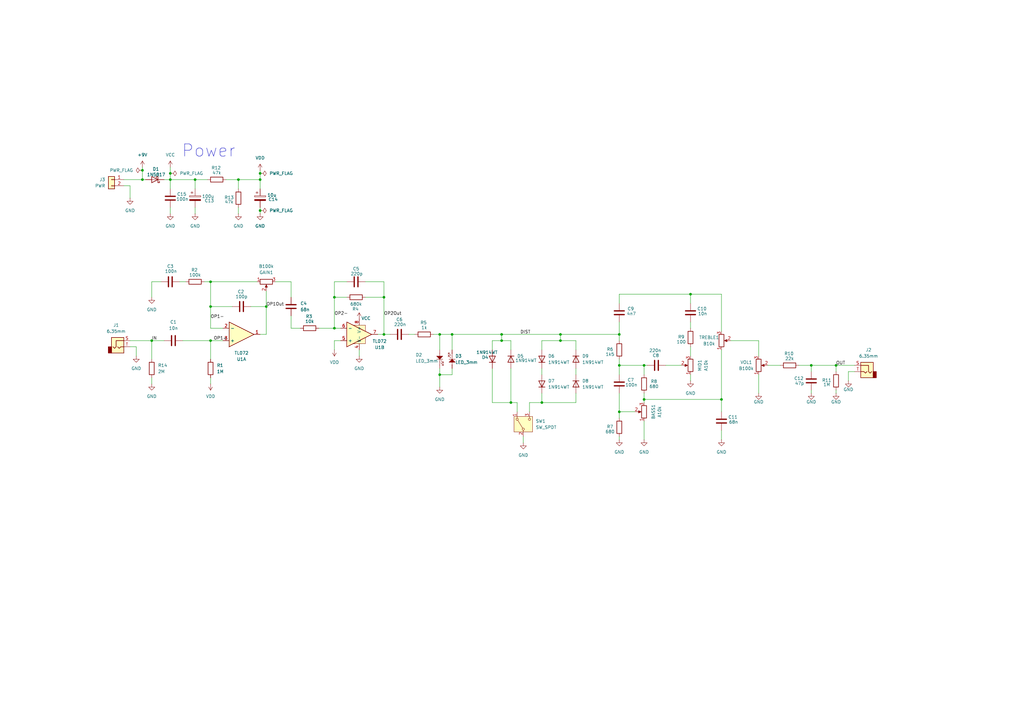
<source format=kicad_sch>
(kicad_sch (version 20231120) (generator "eeschema") (generator_version "8.0")
  (paper "A3")
  (lib_symbols
    (symbol "Connector_Audio:AudioJack2"
      (property "Reference" "J" (at 0 8.89 0))
      (property "Value" "AudioJack2" (at 0 6.35 0))
      (symbol "AudioJack2_0_1"
        (rectangle (start -3.81 0) (end -2.54 -2.54) (stroke (width 0.254)) (fill (type outline)))
        (rectangle (start -2.54 3.81) (end 2.54 -2.54) (stroke (width 0.254)) (fill (type background)))
        (polyline (pts (xy 0 0) (xy 0.635 -0.635) (xy 1.27 0) (xy 2.54 0)) (stroke (width 0.254)))
        (polyline (pts (xy 2.54 2.54) (xy -0.635 2.54) (xy -0.635 0) (xy -1.27 -0.635) (xy -1.905 0)) (stroke (width 0.254)))
      )
      (symbol "AudioJack2_1_1"
        (pin passive line (at 5.08 2.54 180) (length 2.54) (name "~") (number "S"))
        (pin passive line (at 5.08 0 180) (length 2.54) (name "~") (number "T"))
      )
    )
    (symbol "Connector_Generic:Conn_01x02" (pin_names (offset 1.016) hide)
      (property "Reference" "J" (at 0 2.54 0))
      (property "Value" "Conn_01x02" (at 0 -5.08 0))
      (symbol "Conn_01x02_1_1"
        (rectangle (start -1.27 -2.413) (end 0 -2.667) (stroke (width 0.1524)))
        (rectangle (start -1.27 0.127) (end 0 -0.127) (stroke (width 0.1524)))
        (rectangle (start -1.27 1.27) (end 1.27 -3.81) (stroke (width 0.254)) (fill (type background)))
        (pin passive line (at -5.08 0 0) (length 3.81) (name "Pin_1") (number "1"))
        (pin passive line (at -5.08 -2.54 0) (length 3.81) (name "Pin_2") (number "2"))
      )
    )
    (symbol "Device:C" (pin_numbers hide) (pin_names (offset 0.254))
      (property "Reference" "C" (at 0.635 2.54 0))
      (property "Value" "C" (at 0.635 -2.54 0))
      (symbol "C_0_1"
        (polyline (pts (xy -2.032 -0.762) (xy 2.032 -0.762)) (stroke (width 0.508)))
        (polyline (pts (xy -2.032 0.762) (xy 2.032 0.762)) (stroke (width 0.508)))
      )
      (symbol "C_1_1"
        (pin passive line (at 0 3.81 270) (length 2.794) (name "~") (number "1"))
        (pin passive line (at 0 -3.81 90) (length 2.794) (name "~") (number "2"))
      )
    )
    (symbol "Device:C_Polarized" (pin_numbers hide) (pin_names (offset 0.254))
      (property "Reference" "C" (at 0.635 2.54 0))
      (property "Value" "C_Polarized" (at 0.635 -2.54 0))
      (symbol "C_Polarized_0_1"
        (rectangle (start -2.286 0.508) (end 2.286 1.016))
        (polyline (pts (xy -1.778 2.286) (xy -0.762 2.286)))
        (polyline (pts (xy -1.27 2.794) (xy -1.27 1.778)))
        (rectangle (start 2.286 -0.508) (end -2.286 -1.016) (fill (type outline)))
      )
      (symbol "C_Polarized_1_1"
        (pin passive line (at 0 3.81 270) (length 2.794) (name "~") (number "1"))
        (pin passive line (at 0 -3.81 90) (length 2.794) (name "~") (number "2"))
      )
    )
    (symbol "Device:R" (pin_numbers hide) (pin_names (offset 0))
      (property "Reference" "R" (at 2.032 0 90))
      (property "Value" "R" (at 0 0 90))
      (symbol "R_0_1"
        (rectangle (start -1.016 -2.54) (end 1.016 2.54) (stroke (width 0.254)))
      )
      (symbol "R_1_1"
        (pin passive line (at 0 3.81 270) (length 1.27) (name "~") (number "1"))
        (pin passive line (at 0 -3.81 90) (length 1.27) (name "~") (number "2"))
      )
    )
    (symbol "Device:R_Potentiometer" (pin_names (offset 1.016) hide)
      (property "Reference" "RV" (at -4.445 0 90))
      (property "Value" "R_Potentiometer" (at -2.54 0 90))
      (symbol "R_Potentiometer_0_1"
        (polyline (pts (xy 2.54 0) (xy 1.524 0)))
        (polyline (pts (xy 1.143 0) (xy 2.286 0.508) (xy 2.286 -0.508) (xy 1.143 0)) (fill (type outline)))
        (rectangle (start 1.016 2.54) (end -1.016 -2.54) (stroke (width 0.254)))
      )
      (symbol "R_Potentiometer_1_1"
        (pin passive line (at 0 3.81 270) (length 1.27) (name "1") (number "1"))
        (pin passive line (at 3.81 0 180) (length 1.27) (name "2") (number "2"))
        (pin passive line (at 0 -3.81 90) (length 1.27) (name "3") (number "3"))
      )
    )
    (symbol "Diode:1N5817" (pin_numbers hide) (pin_names (offset 1.016) hide)
      (property "Reference" "D" (at 0 2.54 0))
      (property "Value" "1N5817" (at 0 -2.54 0))
      (symbol "1N5817_0_1"
        (polyline (pts (xy 1.27 0) (xy -1.27 0)))
        (polyline (pts (xy 1.27 1.27) (xy 1.27 -1.27) (xy -1.27 0) (xy 1.27 1.27)) (stroke (width 0.254)))
        (polyline (pts (xy -1.905 0.635) (xy -1.905 1.27) (xy -1.27 1.27) (xy -1.27 -1.27) (xy -0.635 -1.27) (xy -0.635 -0.635)) (stroke (width 0.254)))
      )
      (symbol "1N5817_1_1"
        (pin passive line (at -3.81 0 0) (length 2.54) (name "K") (number "1"))
        (pin passive line (at 3.81 0 180) (length 2.54) (name "A") (number "2"))
      )
    )
    (symbol "Diode:1N914WT" (pin_numbers hide) (pin_names hide)
      (property "Reference" "D" (at 0 2.54 0))
      (property "Value" "1N914WT" (at 0 -2.54 0))
      (symbol "1N914WT_0_1"
        (polyline (pts (xy -1.27 1.27) (xy -1.27 -1.27)) (stroke (width 0.254)))
        (polyline (pts (xy 1.27 0) (xy -1.27 0)))
        (polyline (pts (xy 1.27 1.27) (xy 1.27 -1.27) (xy -1.27 0) (xy 1.27 1.27)) (stroke (width 0.254)))
      )
      (symbol "1N914WT_1_1"
        (pin passive line (at -3.81 0 0) (length 2.54) (name "K") (number "1"))
        (pin passive line (at 3.81 0 180) (length 2.54) (name "A") (number "2"))
      )
    )
    (symbol "PCM_4ms_IC:TL072"
      (property "Reference" "U" (at 2.54 5.08 0))
      (property "Value" "TL072" (at 2.54 -3.81 0))
      (symbol "TL072_1_1"
        (polyline (pts (xy -5.08 5.08) (xy 5.08 0) (xy -5.08 -5.08) (xy -5.08 5.08)) (stroke (width 0.254)) (fill (type background)))
        (pin output line (at 7.62 0 180) (length 2.54) (name "~") (number "1"))
        (pin input line (at -7.62 -2.54 0) (length 2.54) (name "-") (number "2"))
        (pin input line (at -7.62 2.54 0) (length 2.54) (name "+") (number "3"))
      )
      (symbol "TL072_2_1"
        (polyline (pts (xy -5.08 5.08) (xy 5.08 0) (xy -5.08 -5.08) (xy -5.08 5.08)) (stroke (width 0.254)) (fill (type background)))
        (pin input line (at -7.62 2.54 0) (length 2.54) (name "+") (number "5"))
        (pin input line (at -7.62 -2.54 0) (length 2.54) (name "-") (number "6"))
        (pin output line (at 7.62 0 180) (length 2.54) (name "~") (number "7"))
      )
      (symbol "TL072_3_1"
        (rectangle (start -2.54 3.81) (end 2.54 -3.81) (fill (type background)))
        (pin power_in line (at 0 -6.35 90) (length 2.54) (name "V-") (number "4"))
        (pin power_in line (at 0 6.35 270) (length 2.54) (name "V+") (number "8"))
      )
    )
    (symbol "PCM_4ms_Power-symbol:+9V" (power) (pin_names (offset 0))
      (property "Value" "+9V" (at 0 3.556 0))
      (symbol "+9V_0_1"
        (polyline (pts (xy -0.762 1.27) (xy 0 2.54)))
        (polyline (pts (xy 0 0) (xy 0 2.54)))
        (polyline (pts (xy 0 2.54) (xy 0.762 1.27)))
      )
      (symbol "+9V_1_1"
        (pin power_in line (at 0 0 90) (length 0) hide (name "+9V") (number "1"))
      )
    )
    (symbol "PCM_SL_Devices:LED_3mm"
      (property "Reference" "D" (at -0.508 5.334 0))
      (property "Value" "LED_3mm" (at -0.508 2.794 0))
      (symbol "LED_3mm_0_1"
        (polyline (pts (xy -1.27 0) (xy -2.54 0)))
        (polyline (pts (xy 0 1.27) (xy 0 -1.27)))
        (polyline (pts (xy 0.508 0.508) (xy 1.524 1.524)))
        (polyline (pts (xy 1.27 0) (xy 2.54 0)))
        (polyline (pts (xy 1.524 0.508) (xy 2.54 1.524)))
        (polyline (pts (xy 1.524 1.524) (xy 0.889 1.524)))
        (polyline (pts (xy 1.524 1.524) (xy 1.524 0.889)))
        (polyline (pts (xy 2.54 1.524) (xy 1.905 1.524)))
        (polyline (pts (xy 2.54 1.524) (xy 2.54 0.889)))
        (polyline (pts (xy 0 0) (xy -1.27 -1.27) (xy -1.27 1.27) (xy 0 0) (xy 1.27 0)) (fill (type outline)))
      )
      (symbol "LED_3mm_1_1"
        (pin passive line (at 3.81 0 180) (length 1.5) (name "~") (number "1"))
        (pin passive line (at -3.81 0 0) (length 1.5) (name "") (number "2"))
      )
    )
    (symbol "Switch:SW_SPDT" (pin_names (offset 0) hide)
      (property "Reference" "SW" (at 0 5.08 0))
      (property "Value" "SW_SPDT" (at 0 -5.08 0))
      (symbol "SW_SPDT_0_1"
        (circle (center -2.032 0) (radius 0.4572))
        (polyline (pts (xy -1.651 0.254) (xy 1.651 2.286)))
        (circle (center 2.032 -2.54) (radius 0.4572))
        (circle (center 2.032 2.54) (radius 0.4572))
      )
      (symbol "SW_SPDT_1_1"
        (rectangle (start -3.175 3.81) (end 3.175 -3.81) (fill (type background)))
        (pin passive line (at 5.08 2.54 180) (length 2.54) (name "A") (number "1"))
        (pin passive line (at -5.08 0 0) (length 2.54) (name "B") (number "2"))
        (pin passive line (at 5.08 -2.54 180) (length 2.54) (name "C") (number "3"))
      )
    )
    (symbol "power:GND" (power) (pin_numbers hide) (pin_names (offset 0) hide)
      (property "Value" "GND" (at 0 -3.81 0))
      (symbol "GND_0_1"
        (polyline (pts (xy 0 0) (xy 0 -1.27) (xy 1.27 -1.27) (xy 0 -2.54) (xy -1.27 -1.27) (xy 0 -1.27)))
      )
      (symbol "GND_1_1"
        (pin power_in line (at 0 0 270) (length 0) (name "~") (number "1"))
      )
    )
    (symbol "power:PWR_FLAG" (power) (pin_numbers hide) (pin_names (offset 0) hide)
      (property "Value" "PWR_FLAG" (at 0 3.81 0))
      (symbol "PWR_FLAG_0_0"
        (pin power_out line (at 0 0 90) (length 0) (name "~") (number "1"))
      )
      (symbol "PWR_FLAG_0_1"
        (polyline (pts (xy 0 0) (xy 0 1.27) (xy -1.016 1.905) (xy 0 2.54) (xy 1.016 1.905) (xy 0 1.27)))
      )
    )
    (symbol "power:VCC" (power) (pin_numbers hide) (pin_names (offset 0) hide)
      (property "Value" "VCC" (at 0 3.556 0))
      (symbol "VCC_0_1"
        (polyline (pts (xy -0.762 1.27) (xy 0 2.54)))
        (polyline (pts (xy 0 0) (xy 0 2.54)))
        (polyline (pts (xy 0 2.54) (xy 0.762 1.27)))
      )
      (symbol "VCC_1_1"
        (pin power_in line (at 0 0 90) (length 0) (name "~") (number "1"))
      )
    )
    (symbol "power:VDD" (power) (pin_numbers hide) (pin_names (offset 0) hide)
      (property "Value" "VDD" (at 0 3.556 0))
      (symbol "VDD_0_1"
        (polyline (pts (xy -0.762 1.27) (xy 0 2.54)))
        (polyline (pts (xy 0 0) (xy 0 2.54)))
        (polyline (pts (xy 0 2.54) (xy 0.762 1.27)))
      )
      (symbol "VDD_1_1"
        (pin power_in line (at 0 0 90) (length 0) (name "~") (number "1"))
      )
    )
  )
  (junction (at 157.48 137.16))
  (junction (at 106.68 73.66))
  (junction (at 69.85 71.12))
  (junction (at 205.74 137.16))
  (junction (at 106.68 86.36))
  (junction (at 62.23 139.7))
  (junction (at 264.16 149.86))
  (junction (at 157.48 121.92))
  (junction (at 283.21 120.65))
  (junction (at 295.91 163.83))
  (junction (at 109.22 125.73))
  (junction (at 97.79 73.66))
  (junction (at 342.9 149.86))
  (junction (at 69.85 73.66))
  (junction (at 137.16 134.62))
  (junction (at 222.25 165.1))
  (junction (at 332.74 149.86))
  (junction (at 254 137.16))
  (junction (at 229.87 137.16))
  (junction (at 254 149.86))
  (junction (at 229.87 139.7))
  (junction (at 86.36 125.73))
  (junction (at 86.36 139.7))
  (junction (at 180.34 137.16))
  (junction (at 185.42 137.16))
  (junction (at 209.55 165.1))
  (junction (at 80.01 73.66))
  (junction (at 137.16 121.92))
  (junction (at 180.34 153.67))
  (junction (at 58.42 69.85))
  (junction (at 58.42 73.66))
  (junction (at 106.68 71.12))
  (junction (at 264.16 163.83))
  (junction (at 254 168.91))
  (junction (at 86.36 115.57))
  (junction (at 205.74 139.7))
  (wire (pts (xy 139.7 139.7) (xy 137.16 139.7)))
  (wire (pts (xy 295.91 163.83) (xy 295.91 168.91)))
  (wire (pts (xy 53.34 76.2) (xy 53.34 81.28)))
  (wire (pts (xy 283.21 132.08) (xy 283.21 134.62)))
  (wire (pts (xy 157.48 121.92) (xy 157.48 137.16)))
  (wire (pts (xy 236.22 161.29) (xy 236.22 165.1)))
  (wire (pts (xy 62.23 115.57) (xy 62.23 121.92)))
  (wire (pts (xy 273.05 149.86) (xy 279.4 149.86)))
  (wire (pts (xy 185.42 153.67) (xy 180.34 153.67)))
  (wire (pts (xy 205.74 139.7) (xy 209.55 139.7)))
  (wire (pts (xy 119.38 115.57) (xy 113.03 115.57)))
  (wire (pts (xy 180.34 153.67) (xy 180.34 158.75)))
  (wire (pts (xy 222.25 139.7) (xy 229.87 139.7)))
  (wire (pts (xy 209.55 165.1) (xy 209.55 151.13)))
  (wire (pts (xy 222.25 151.13) (xy 222.25 153.67)))
  (wire (pts (xy 69.85 73.66) (xy 69.85 77.47)))
  (wire (pts (xy 254 124.46) (xy 254 120.65)))
  (wire (pts (xy 332.74 160.02) (xy 332.74 161.29)))
  (wire (pts (xy 201.93 139.7) (xy 205.74 139.7)))
  (wire (pts (xy 254 120.65) (xy 283.21 120.65)))
  (wire (pts (xy 69.85 85.09) (xy 69.85 87.63)))
  (wire (pts (xy 119.38 129.54) (xy 119.38 134.62)))
  (wire (pts (xy 86.36 154.94) (xy 86.36 157.48)))
  (wire (pts (xy 69.85 68.58) (xy 69.85 71.12)))
  (wire (pts (xy 295.91 176.53) (xy 295.91 180.34)))
  (wire (pts (xy 254 168.91) (xy 254 171.45)))
  (wire (pts (xy 342.9 160.02) (xy 342.9 161.29)))
  (wire (pts (xy 109.22 119.38) (xy 109.22 125.73)))
  (wire (pts (xy 332.74 152.4) (xy 332.74 149.86)))
  (wire (pts (xy 185.42 143.51) (xy 185.42 137.16)))
  (wire (pts (xy 50.8 76.2) (xy 53.34 76.2)))
  (wire (pts (xy 229.87 139.7) (xy 236.22 139.7)))
  (wire (pts (xy 342.9 152.4) (xy 342.9 149.86)))
  (wire (pts (xy 229.87 139.7) (xy 229.87 137.16)))
  (wire (pts (xy 205.74 139.7) (xy 205.74 137.16)))
  (wire (pts (xy 283.21 153.67) (xy 283.21 156.21)))
  (wire (pts (xy 86.36 125.73) (xy 95.25 125.73)))
  (wire (pts (xy 295.91 143.51) (xy 295.91 163.83)))
  (wire (pts (xy 264.16 161.29) (xy 264.16 163.83)))
  (wire (pts (xy 86.36 147.32) (xy 86.36 139.7)))
  (wire (pts (xy 264.16 163.83) (xy 295.91 163.83)))
  (wire (pts (xy 167.64 137.16) (xy 170.18 137.16)))
  (wire (pts (xy 83.82 115.57) (xy 86.36 115.57)))
  (wire (pts (xy 86.36 134.62) (xy 91.44 134.62)))
  (wire (pts (xy 264.16 172.72) (xy 264.16 180.34)))
  (wire (pts (xy 264.16 163.83) (xy 264.16 165.1)))
  (wire (pts (xy 283.21 142.24) (xy 283.21 146.05)))
  (wire (pts (xy 180.34 143.51) (xy 180.34 137.16)))
  (wire (pts (xy 254 149.86) (xy 264.16 149.86)))
  (wire (pts (xy 58.42 69.85) (xy 58.42 73.66)))
  (wire (pts (xy 254 147.32) (xy 254 149.86)))
  (wire (pts (xy 157.48 137.16) (xy 154.94 137.16)))
  (wire (pts (xy 214.63 179.07) (xy 214.63 181.61)))
  (wire (pts (xy 147.32 143.51) (xy 147.32 146.05)))
  (wire (pts (xy 180.34 137.16) (xy 185.42 137.16)))
  (wire (pts (xy 149.86 121.92) (xy 157.48 121.92)))
  (wire (pts (xy 222.25 165.1) (xy 222.25 161.29)))
  (wire (pts (xy 50.8 73.66) (xy 58.42 73.66)))
  (wire (pts (xy 350.52 152.4) (xy 347.98 152.4)))
  (wire (pts (xy 295.91 120.65) (xy 283.21 120.65)))
  (wire (pts (xy 299.72 139.7) (xy 311.15 139.7)))
  (wire (pts (xy 73.66 115.57) (xy 76.2 115.57)))
  (wire (pts (xy 119.38 121.92) (xy 119.38 115.57)))
  (wire (pts (xy 86.36 115.57) (xy 105.41 115.57)))
  (wire (pts (xy 106.68 71.12) (xy 106.68 73.66)))
  (wire (pts (xy 254 179.07) (xy 254 180.34)))
  (wire (pts (xy 80.01 73.66) (xy 80.01 77.47)))
  (wire (pts (xy 80.01 85.09) (xy 80.01 87.63)))
  (wire (pts (xy 106.68 137.16) (xy 109.22 137.16)))
  (wire (pts (xy 119.38 134.62) (xy 123.19 134.62)))
  (wire (pts (xy 106.68 86.36) (xy 106.68 87.63)))
  (wire (pts (xy 254 137.16) (xy 254 139.7)))
  (wire (pts (xy 137.16 115.57) (xy 137.16 121.92)))
  (wire (pts (xy 254 161.29) (xy 254 168.91)))
  (wire (pts (xy 327.66 149.86) (xy 332.74 149.86)))
  (wire (pts (xy 53.34 142.24) (xy 55.88 142.24)))
  (wire (pts (xy 236.22 165.1) (xy 222.25 165.1)))
  (wire (pts (xy 86.36 139.7) (xy 91.44 139.7)))
  (wire (pts (xy 236.22 151.13) (xy 236.22 153.67)))
  (wire (pts (xy 217.17 165.1) (xy 222.25 165.1)))
  (wire (pts (xy 106.68 73.66) (xy 106.68 77.47)))
  (wire (pts (xy 254 149.86) (xy 254 153.67)))
  (wire (pts (xy 109.22 137.16) (xy 109.22 125.73)))
  (wire (pts (xy 62.23 115.57) (xy 66.04 115.57)))
  (wire (pts (xy 97.79 73.66) (xy 97.79 77.47)))
  (wire (pts (xy 137.16 139.7) (xy 137.16 143.51)))
  (wire (pts (xy 201.93 143.51) (xy 201.93 139.7)))
  (wire (pts (xy 106.68 73.66) (xy 97.79 73.66)))
  (wire (pts (xy 264.16 149.86) (xy 264.16 153.67)))
  (wire (pts (xy 86.36 125.73) (xy 86.36 115.57)))
  (wire (pts (xy 332.74 149.86) (xy 342.9 149.86)))
  (wire (pts (xy 201.93 151.13) (xy 201.93 165.1)))
  (wire (pts (xy 137.16 121.92) (xy 137.16 134.62)))
  (wire (pts (xy 205.74 137.16) (xy 229.87 137.16)))
  (wire (pts (xy 180.34 151.13) (xy 180.34 153.67)))
  (wire (pts (xy 69.85 71.12) (xy 69.85 73.66)))
  (wire (pts (xy 283.21 120.65) (xy 283.21 124.46)))
  (wire (pts (xy 209.55 139.7) (xy 209.55 143.51)))
  (wire (pts (xy 212.09 168.91) (xy 212.09 165.1)))
  (wire (pts (xy 311.15 139.7) (xy 311.15 146.05)))
  (wire (pts (xy 149.86 115.57) (xy 157.48 115.57)))
  (wire (pts (xy 254 132.08) (xy 254 137.16)))
  (wire (pts (xy 236.22 139.7) (xy 236.22 143.51)))
  (wire (pts (xy 185.42 137.16) (xy 205.74 137.16)))
  (wire (pts (xy 55.88 142.24) (xy 55.88 146.05)))
  (wire (pts (xy 342.9 149.86) (xy 350.52 149.86)))
  (wire (pts (xy 69.85 73.66) (xy 80.01 73.66)))
  (wire (pts (xy 67.31 73.66) (xy 69.85 73.66)))
  (wire (pts (xy 53.34 139.7) (xy 62.23 139.7)))
  (wire (pts (xy 80.01 73.66) (xy 85.09 73.66)))
  (wire (pts (xy 74.93 139.7) (xy 86.36 139.7)))
  (wire (pts (xy 201.93 165.1) (xy 209.55 165.1)))
  (wire (pts (xy 295.91 135.89) (xy 295.91 120.65)))
  (wire (pts (xy 229.87 137.16) (xy 254 137.16)))
  (wire (pts (xy 217.17 168.91) (xy 217.17 165.1)))
  (wire (pts (xy 106.68 85.09) (xy 106.68 86.36)))
  (wire (pts (xy 311.15 153.67) (xy 311.15 161.29)))
  (wire (pts (xy 58.42 73.66) (xy 59.69 73.66)))
  (wire (pts (xy 106.68 69.85) (xy 106.68 71.12)))
  (wire (pts (xy 157.48 137.16) (xy 160.02 137.16)))
  (wire (pts (xy 185.42 151.13) (xy 185.42 153.67)))
  (wire (pts (xy 347.98 152.4) (xy 347.98 156.21)))
  (wire (pts (xy 62.23 139.7) (xy 62.23 147.32)))
  (wire (pts (xy 62.23 154.94) (xy 62.23 157.48)))
  (wire (pts (xy 254 168.91) (xy 260.35 168.91)))
  (wire (pts (xy 92.71 73.66) (xy 97.79 73.66)))
  (wire (pts (xy 157.48 115.57) (xy 157.48 121.92)))
  (wire (pts (xy 58.42 68.58) (xy 58.42 69.85)))
  (wire (pts (xy 314.96 149.86) (xy 320.04 149.86)))
  (wire (pts (xy 86.36 125.73) (xy 86.36 134.62)))
  (wire (pts (xy 142.24 121.92) (xy 137.16 121.92)))
  (wire (pts (xy 142.24 115.57) (xy 137.16 115.57)))
  (wire (pts (xy 137.16 134.62) (xy 139.7 134.62)))
  (wire (pts (xy 62.23 139.7) (xy 67.31 139.7)))
  (wire (pts (xy 130.81 134.62) (xy 137.16 134.62)))
  (wire (pts (xy 264.16 149.86) (xy 265.43 149.86)))
  (wire (pts (xy 222.25 143.51) (xy 222.25 139.7)))
  (wire (pts (xy 212.09 165.1) (xy 209.55 165.1)))
  (wire (pts (xy 97.79 85.09) (xy 97.79 87.63)))
  (wire (pts (xy 180.34 137.16) (xy 177.8 137.16)))
  (wire (pts (xy 109.22 125.73) (xy 102.87 125.73)))
  (text "Power\n" (at 85.598 61.976 0) (effects (font (size 5 5))))
  (label "OP2-" (at 137.16 129.54 0))
  (label "OP1+" (at 87.63 139.7 0))
  (label "OUT" (at 342.9 149.86 0))
  (label "DIST" (at 213.36 137.16 0))
  (label "OP1Out" (at 109.22 125.73 0))
  (label "IN" (at 62.23 139.7 0))
  (label "OP2Out" (at 157.48 129.54 0))
  (label "OP1-" (at 86.36 130.81 0))
  (symbol (lib_id "Device:C") (at 71.12 139.7 90) (unit 1)
    (property "Reference" "C1" (at 71.12 132.08 90))
    (property "Value" "10n" (at 71.12 134.62 90))
    (property "Footprint" "Capacitor_SMD:C_0603_1608Metric" (effects (hide yes)))
  )
  (symbol (lib_id "Device:R") (at 62.23 151.13 180) (unit 1)
    (property "Reference" "R14" (at 64.77 149.8599 0) (effects (justify right)))
    (property "Value" "2M" (at 64.77 152.3999 0) (effects (justify right)))
    (property "Footprint" "Resistor_SMD:R_0603_1608Metric" (effects (hide yes)))
  )
  (symbol (lib_id "power:GND") (at 295.91 180.34 0) (unit 1)
    (property "Reference" "#PWR04" (effects (hide yes)))
    (property "Value" "GND" (at 295.91 185.42 0))
    (property "Description" "Power symbol creates a global label with name \"GND\" , ground" (effects (hide yes)))
  )
  (symbol (lib_id "Device:C") (at 295.91 172.72 180) (unit 1)
    (property "Reference" "C11" (at 300.609 171.069 0))
    (property "Value" "68n" (at 300.863 173.101 0))
    (property "Footprint" "Capacitor_SMD:C_0603_1608Metric" (effects (hide yes)))
  )
  (symbol (lib_id "power:PWR_FLAG") (at 106.68 71.12 270) (unit 1)
    (property "Reference" "#FLG03" (effects (hide yes)))
    (property "Value" "PWR_FLAG" (at 110.49 71.1199 90) (effects (justify left)))
    (property "Description" "Special symbol for telling ERC where power comes from" (effects (hide yes)))
  )
  (symbol (lib_id "Device:C") (at 254 128.27 180) (unit 1)
    (property "Reference" "C9" (at 258.699 126.619 0))
    (property "Value" "4n7" (at 258.953 128.651 0))
    (property "Footprint" "Capacitor_SMD:C_0603_1608Metric" (effects (hide yes)))
  )
  (symbol (lib_id "Diode:1N914WT") (at 236.22 157.48 270) (unit 1)
    (property "Reference" "D8" (at 238.76 156.2099 90) (effects (justify left)))
    (property "Value" "1N914WT" (at 238.76 158.7499 90) (effects (justify left)))
    (property "Footprint" "Diode_SMD:D_SOD-523" (effects (hide yes)))
    (property "Datasheet" "http://www.mouser.com/ds/2/149/1N4148WT-461550.pdf" (effects (hide yes)))
    (property "Description" "75V 0.15A Fast switching Diode, SOD-523" (effects (hide yes)))
    (property "Sim.Device" "D" (effects (hide yes)))
    (property "Sim.Pins" "1=K 2=A" (effects (hide yes)))
  )
  (symbol (lib_id "Device:R_Potentiometer") (at 109.22 115.57 90) (mirror x) (unit 1)
    (property "Reference" "GAIN1" (at 109.22 111.76 90))
    (property "Value" "B100k" (at 109.22 109.22 90))
    (property "Footprint" "Potentiometer_THT:Potentiometer_Bourns_PTV09A-1_Single_Vertical" (effects (hide yes)))
    (property "Description" "Potentiometer" (effects (hide yes)))
  )
  (symbol (lib_id "Device:R") (at 88.9 73.66 270) (unit 1)
    (property "Reference" "R12" (at 88.646 68.834 90))
    (property "Value" "47k" (at 88.9 70.866 90))
    (property "Footprint" "Resistor_SMD:R_0603_1608Metric" (effects (hide yes)))
  )
  (symbol (lib_id "power:VDD") (at 106.68 69.85 0) (unit 1)
    (property "Reference" "#PWR034" (effects (hide yes)))
    (property "Value" "VDD" (at 106.68 64.77 0))
    (property "Description" "Power symbol creates a global label with name \"VDD\"" (effects (hide yes)))
  )
  (symbol (lib_id "Diode:1N914WT") (at 209.55 147.32 270) (unit 1)
    (property "Reference" "D5" (at 212.09 146.0499 90) (effects (justify left)))
    (property "Value" "1N914WT" (at 211.328 147.828 90) (effects (justify left)))
    (property "Footprint" "Diode_SMD:D_SOD-523" (effects (hide yes)))
    (property "Datasheet" "http://www.mouser.com/ds/2/149/1N4148WT-461550.pdf" (effects (hide yes)))
    (property "Description" "75V 0.15A Fast switching Diode, SOD-523" (effects (hide yes)))
    (property "Sim.Device" "D" (effects (hide yes)))
    (property "Sim.Pins" "1=K 2=A" (effects (hide yes)))
  )
  (symbol (lib_id "Device:R") (at 173.99 137.16 270) (unit 1)
    (property "Reference" "R5" (at 173.736 132.334 90))
    (property "Value" "1k" (at 173.99 134.366 90))
    (property "Footprint" "Resistor_SMD:R_0603_1608Metric" (effects (hide yes)))
  )
  (symbol (lib_id "Diode:1N914WT") (at 222.25 157.48 90) (unit 1)
    (property "Reference" "D7" (at 224.79 156.2099 90) (effects (justify right)))
    (property "Value" "1N914WT" (at 224.79 158.7499 90) (effects (justify right)))
    (property "Footprint" "Diode_SMD:D_SOD-523" (effects (hide yes)))
    (property "Datasheet" "http://www.mouser.com/ds/2/149/1N4148WT-461550.pdf" (effects (hide yes)))
    (property "Description" "75V 0.15A Fast switching Diode, SOD-523" (effects (hide yes)))
    (property "Sim.Device" "D" (effects (hide yes)))
    (property "Sim.Pins" "1=K 2=A" (effects (hide yes)))
  )
  (symbol (lib_id "power:VDD") (at 137.16 143.51 180) (unit 1)
    (property "Reference" "#PWR09" (effects (hide yes)))
    (property "Value" "VDD" (at 137.16 148.59 0))
    (property "Description" "Power symbol creates a global label with name \"VDD\"" (effects (hide yes)))
  )
  (symbol (lib_id "Connector_Generic:Conn_01x02") (at 45.72 73.66 0) (mirror y) (unit 1)
    (property "Reference" "J3" (at 43.18 73.6599 0) (effects (justify left)))
    (property "Value" "PWR" (at 43.18 76.1999 0) (effects (justify left)))
    (property "Footprint" "Connector_Wire:SolderWire-0.25sqmm_1x02_P4.2mm_D0.65mm_OD1.7mm" (effects (hide yes)))
    (property "Description" "Generic connector, single row, 01x02, script generated (kicad-library-utils/schlib/autogen/connector/)" (effects (hide yes)))
  )
  (symbol (lib_id "Device:C") (at 69.85 115.57 90) (unit 1)
    (property "Reference" "C3" (at 69.85 109.22 90))
    (property "Value" "100n" (at 70.104 111.252 90))
    (property "Footprint" "Capacitor_SMD:C_0603_1608Metric" (effects (hide yes)))
  )
  (symbol (lib_id "Device:C_Polarized") (at 80.01 81.28 0) (unit 1)
    (property "Reference" "C13" (at 85.852 82.296 0))
    (property "Value" "100u" (at 85.344 80.518 0))
    (property "Footprint" "Capacitor_THT:CP_Radial_D5.0mm_P2.00mm" (effects (hide yes)))
    (property "Description" "Polarized capacitor" (effects (hide yes)))
  )
  (symbol (lib_id "power:GND") (at 62.23 157.48 0) (unit 1)
    (property "Reference" "#PWR01" (effects (hide yes)))
    (property "Value" "GND" (at 62.23 162.56 0))
    (property "Description" "Power symbol creates a global label with name \"GND\" , ground" (effects (hide yes)))
  )
  (symbol (lib_id "power:GND") (at 214.63 181.61 0) (unit 1)
    (property "Reference" "#PWR013" (effects (hide yes)))
    (property "Value" "GND" (at 214.63 186.69 0))
    (property "Description" "Power symbol creates a global label with name \"GND\" , ground" (effects (hide yes)))
  )
  (symbol (lib_id "Device:C") (at 119.38 125.73 180) (unit 1)
    (property "Reference" "C4" (at 123.19 124.4599 0) (effects (justify right)))
    (property "Value" "68n" (at 123.19 126.9999 0) (effects (justify right)))
    (property "Footprint" "Capacitor_SMD:C_0603_1608Metric" (effects (hide yes)))
  )
  (symbol (lib_id "Device:C") (at 332.74 156.21 180) (unit 1)
    (property "Reference" "C12" (at 327.66 155.194 0))
    (property "Value" "47p" (at 327.914 157.226 0))
    (property "Footprint" "Capacitor_SMD:C_0603_1608Metric" (effects (hide yes)))
  )
  (symbol (lib_id "PCM_4ms_IC:TL072") (at 99.06 137.16 0) (mirror x) (unit 1)
    (property "Reference" "U1" (at 99.06 147.32 0))
    (property "Value" "TL072" (at 99.06 144.78 0))
    (property "Footprint" "Package_SO:SO-8_3.9x4.9mm_P1.27mm" (effects (hide yes)))
    (property "Description" "TL072 Dual Opamp TSSOP-8" (effects (hide yes)))
    (property "Specifications" "TL072 Dual Opamp" (effects (hide yes)))
    (property "JLCPCB ID" "C90748" (effects (hide yes)))
  )
  (symbol (lib_id "Device:R") (at 254 143.51 0) (unit 1)
    (property "Reference" "R6" (at 250.19 143.256 0))
    (property "Value" "1k5" (at 250.19 145.288 0))
    (property "Footprint" "Resistor_SMD:R_0603_1608Metric" (effects (hide yes)))
  )
  (symbol (lib_id "Device:R") (at 86.36 151.13 0) (unit 1)
    (property "Reference" "R1" (at 88.9 149.8599 0) (effects (justify left)))
    (property "Value" "1M" (at 88.9 152.3999 0) (effects (justify left)))
    (property "Footprint" "Resistor_SMD:R_0603_1608Metric" (effects (hide yes)))
  )
  (symbol (lib_id "power:GND") (at 254 180.34 0) (unit 1)
    (property "Reference" "#PWR02" (effects (hide yes)))
    (property "Value" "GND" (at 254 185.42 0))
    (property "Description" "Power symbol creates a global label with name \"GND\" , ground" (effects (hide yes)))
  )
  (symbol (lib_id "power:GND") (at 283.21 156.21 0) (unit 1)
    (property "Reference" "#PWR019" (effects (hide yes)))
    (property "Value" "GND" (at 283.21 161.29 0))
    (property "Description" "Power symbol creates a global label with name \"GND\" , ground" (effects (hide yes)))
  )
  (symbol (lib_id "Device:R") (at 127 134.62 270) (unit 1)
    (property "Reference" "R3" (at 126.746 129.794 90))
    (property "Value" "10k" (at 127 131.826 90))
    (property "Footprint" "Resistor_SMD:R_0603_1608Metric" (effects (hide yes)))
  )
  (symbol (lib_id "PCM_SL_Devices:LED_3mm") (at 185.42 147.32 90) (unit 1)
    (property "Reference" "D3" (at 186.69 146.05 90) (effects (justify right)))
    (property "Value" "LED_3mm" (at 186.69 148.59 90) (effects (justify right)))
    (property "Footprint" "LED_THT:LED_D3.0mm" (effects (hide yes)))
    (property "Description" "3mm diameter small LED" (effects (hide yes)))
  )
  (symbol (lib_id "power:GND") (at 180.34 158.75 0) (unit 1)
    (property "Reference" "#PWR011" (effects (hide yes)))
    (property "Value" "GND" (at 180.34 163.83 0))
    (property "Description" "Power symbol creates a global label with name \"GND\" , ground" (effects (hide yes)))
  )
  (symbol (lib_id "Connector_Audio:AudioJack2") (at 48.26 142.24 0) (unit 1)
    (property "Reference" "J1" (at 47.625 133.35 0))
    (property "Value" "6.35mm" (at 47.625 135.89 0))
    (property "Footprint" "Connector_Audio:Jack_6.35mm_Neutrik_NMJ4HCD2_Horizontal" (effects (hide yes)))
    (property "Description" "Audio Jack, 2 Poles (Mono / TS)" (effects (hide yes)))
  )
  (symbol (lib_id "power:GND") (at 342.9 161.29 0) (unit 1)
    (property "Reference" "#PWR010" (effects (hide yes)))
    (property "Value" "GND" (at 342.9 164.846 0))
    (property "Description" "Power symbol creates a global label with name \"GND\" , ground" (effects (hide yes)))
  )
  (symbol (lib_id "PCM_SL_Devices:LED_3mm") (at 180.34 147.32 270) (unit 1)
    (property "Reference" "D2" (at 170.434 145.542 90) (effects (justify left)))
    (property "Value" "LED_3mm" (at 170.434 148.082 90) (effects (justify left)))
    (property "Footprint" "LED_THT:LED_D3.0mm" (effects (hide yes)))
    (property "Description" "3mm diameter small LED" (effects (hide yes)))
  )
  (symbol (lib_id "power:PWR_FLAG") (at 58.42 69.85 90) (unit 1)
    (property "Reference" "#FLG01" (effects (hide yes)))
    (property "Value" "PWR_FLAG" (at 54.61 69.8499 90) (effects (justify left)))
    (property "Description" "Special symbol for telling ERC where power comes from" (effects (hide yes)))
  )
  (symbol (lib_id "Diode:1N5817") (at 63.5 73.66 180) (unit 1)
    (property "Reference" "D1" (at 65.278 69.342 0) (effects (justify left)))
    (property "Value" "1N5817" (at 67.818 71.628 0) (effects (justify left)))
    (property "Footprint" "Diode_THT:D_DO-41_SOD81_P10.16mm_Horizontal" (effects (hide yes)))
    (property "Datasheet" "http://www.vishay.com/docs/88525/1n5817.pdf" (effects (hide yes)))
    (property "Description" "20V 1A Schottky Barrier Rectifier Diode, DO-41" (effects (hide yes)))
    (property "Sim.Device" "D" (effects (hide yes)))
    (property "Sim.Pins" "1=K 2=A" (effects (hide yes)))
  )
  (symbol (lib_id "power:VDD") (at 86.36 157.48 180) (unit 1)
    (property "Reference" "#PWR06" (effects (hide yes)))
    (property "Value" "VDD" (at 86.36 162.56 0))
    (property "Description" "Power symbol creates a global label with name \"VDD\"" (effects (hide yes)))
  )
  (symbol (lib_id "Device:C") (at 269.24 149.86 270) (unit 1)
    (property "Reference" "C8" (at 268.986 145.796 90))
    (property "Value" "220n" (at 268.732 143.764 90))
    (property "Footprint" "Capacitor_SMD:C_0603_1608Metric" (effects (hide yes)))
  )
  (symbol (lib_id "Diode:1N914WT") (at 222.25 147.32 90) (unit 1)
    (property "Reference" "D6" (at 224.79 146.0499 90) (effects (justify right)))
    (property "Value" "1N914WT" (at 224.79 148.5899 90) (effects (justify right)))
    (property "Footprint" "Diode_SMD:D_SOD-523" (effects (hide yes)))
    (property "Datasheet" "http://www.mouser.com/ds/2/149/1N4148WT-461550.pdf" (effects (hide yes)))
    (property "Description" "75V 0.15A Fast switching Diode, SOD-523" (effects (hide yes)))
    (property "Sim.Device" "D" (effects (hide yes)))
    (property "Sim.Pins" "1=K 2=A" (effects (hide yes)))
  )
  (symbol (lib_id "Device:R") (at 97.79 81.28 0) (unit 1)
    (property "Reference" "R13" (at 93.98 81.026 0))
    (property "Value" "47k" (at 93.98 82.804 0))
    (property "Footprint" "Resistor_SMD:R_0603_1608Metric" (effects (hide yes)))
  )
  (symbol (lib_id "power:GND") (at 62.23 121.92 0) (unit 1)
    (property "Reference" "#PWR08" (effects (hide yes)))
    (property "Value" "GND" (at 62.23 127 0))
    (property "Description" "Power symbol creates a global label with name \"GND\" , ground" (effects (hide yes)))
  )
  (symbol (lib_id "Device:C") (at 163.83 137.16 90) (unit 1)
    (property "Reference" "C6" (at 163.83 131.064 90))
    (property "Value" "220n" (at 164.084 133.096 90))
    (property "Footprint" "Capacitor_SMD:C_0603_1608Metric" (effects (hide yes)))
  )
  (symbol (lib_id "Connector_Audio:AudioJack2") (at 355.6 152.4 0) (mirror y) (unit 1)
    (property "Reference" "J2" (at 356.235 143.51 0))
    (property "Value" "6.35mm" (at 356.235 146.05 0))
    (property "Footprint" "Connector_Audio:Jack_6.35mm_Neutrik_NMJ4HCD2_Horizontal" (effects (hide yes)))
    (property "Description" "Audio Jack, 2 Poles (Mono / TS)" (effects (hide yes)))
  )
  (symbol (lib_id "power:GND") (at 147.32 146.05 0) (unit 1)
    (property "Reference" "#PWR012" (effects (hide yes)))
    (property "Value" "GND" (at 147.32 151.13 0))
    (property "Description" "Power symbol creates a global label with name \"GND\" , ground" (effects (hide yes)))
  )
  (symbol (lib_id "power:GND") (at 106.68 87.63 0) (unit 1)
    (property "Reference" "#PWR035" (effects (hide yes)))
    (property "Value" "GND" (at 106.68 92.71 0))
    (property "Description" "Power symbol creates a global label with name \"GND\" , ground" (effects (hide yes)))
  )
  (symbol (lib_id "Device:C") (at 99.06 125.73 90) (unit 1)
    (property "Reference" "C2" (at 98.806 119.634 90))
    (property "Value" "100p" (at 99.06 121.666 90))
    (property "Footprint" "Capacitor_SMD:C_0603_1608Metric" (effects (hide yes)))
  )
  (symbol (lib_id "PCM_4ms_IC:TL072") (at 147.32 137.16 0) (unit 3)
    (property "Reference" "U1" (effects (hide yes)))
    (property "Value" "TL072" (effects (hide yes)))
    (property "Footprint" "Package_SO:SO-8_3.9x4.9mm_P1.27mm" (effects (hide yes)))
    (property "Description" "TL072 Dual Opamp TSSOP-8" (effects (hide yes)))
    (property "Specifications" "TL072 Dual Opamp" (effects (hide yes)))
    (property "JLCPCB ID" "C90748" (effects (hide yes)))
  )
  (symbol (lib_id "power:GND") (at 332.74 161.29 0) (unit 1)
    (property "Reference" "#PWR07" (effects (hide yes)))
    (property "Value" "GND" (at 332.74 164.846 0))
    (property "Description" "Power symbol creates a global label with name \"GND\" , ground" (effects (hide yes)))
  )
  (symbol (lib_id "Device:C") (at 283.21 128.27 180) (unit 1)
    (property "Reference" "C10" (at 287.909 126.619 0))
    (property "Value" "10n" (at 288.163 128.651 0))
    (property "Footprint" "Capacitor_SMD:C_0603_1608Metric" (effects (hide yes)))
  )
  (symbol (lib_id "Device:R") (at 323.85 149.86 270) (unit 1)
    (property "Reference" "R10" (at 323.596 145.034 90))
    (property "Value" "22k" (at 323.85 147.066 90))
    (property "Footprint" "Resistor_SMD:R_0603_1608Metric" (effects (hide yes)))
  )
  (symbol (lib_id "Diode:1N914WT") (at 236.22 147.32 270) (unit 1)
    (property "Reference" "D9" (at 238.76 146.0499 90) (effects (justify left)))
    (property "Value" "1N914WT" (at 238.76 148.5899 90) (effects (justify left)))
    (property "Footprint" "Diode_SMD:D_SOD-523" (effects (hide yes)))
    (property "Datasheet" "http://www.mouser.com/ds/2/149/1N4148WT-461550.pdf" (effects (hide yes)))
    (property "Description" "75V 0.15A Fast switching Diode, SOD-523" (effects (hide yes)))
    (property "Sim.Device" "D" (effects (hide yes)))
    (property "Sim.Pins" "1=K 2=A" (effects (hide yes)))
  )
  (symbol (lib_id "Device:R") (at 264.16 157.48 0) (unit 1)
    (property "Reference" "R8" (at 268.224 156.464 0))
    (property "Value" "680" (at 268.224 158.496 0))
    (property "Footprint" "Resistor_SMD:R_0603_1608Metric" (effects (hide yes)))
  )
  (symbol (lib_id "power:VCC") (at 69.85 68.58 0) (unit 1)
    (property "Reference" "#PWR025" (effects (hide yes)))
    (property "Value" "VCC" (at 69.85 63.5 0))
    (property "Description" "Power symbol creates a global label with name \"VCC\"" (effects (hide yes)))
  )
  (symbol (lib_id "power:PWR_FLAG") (at 69.85 71.12 270) (unit 1)
    (property "Reference" "#FLG04" (effects (hide yes)))
    (property "Value" "PWR_FLAG" (at 73.66 71.1199 90) (effects (justify left)))
    (property "Description" "Special symbol for telling ERC where power comes from" (effects (hide yes)))
  )
  (symbol (lib_id "Device:R") (at 146.05 121.92 90) (unit 1)
    (property "Reference" "R4" (at 145.796 126.746 90))
    (property "Value" "680k" (at 146.05 124.714 90))
    (property "Footprint" "Resistor_SMD:R_0603_1608Metric" (effects (hide yes)))
  )
  (symbol (lib_id "power:VCC") (at 147.32 130.81 0) (unit 1)
    (property "Reference" "#PWR014" (effects (hide yes)))
    (property "Value" "VCC" (at 150.114 130.556 0))
    (property "Description" "Power symbol creates a global label with name \"VCC\"" (effects (hide yes)))
  )
  (symbol (lib_id "Device:R") (at 342.9 156.21 0) (unit 1)
    (property "Reference" "R11" (at 339.09 155.956 0))
    (property "Value" "1M" (at 339.09 157.734 0))
    (property "Footprint" "Resistor_SMD:R_0603_1608Metric" (effects (hide yes)))
  )
  (symbol (lib_id "Device:C") (at 146.05 115.57 90) (unit 1)
    (property "Reference" "C5" (at 146.05 110.236 90))
    (property "Value" "220p" (at 146.304 112.268 90))
    (property "Footprint" "Capacitor_SMD:C_0603_1608Metric" (effects (hide yes)))
  )
  (symbol (lib_id "power:GND") (at 97.79 87.63 0) (unit 1)
    (property "Reference" "#PWR033" (effects (hide yes)))
    (property "Value" "GND" (at 97.79 92.71 0))
    (property "Description" "Power symbol creates a global label with name \"GND\" , ground" (effects (hide yes)))
  )
  (symbol (lib_id "Diode:1N914WT") (at 201.93 147.32 90) (unit 1)
    (property "Reference" "D4" (at 197.612 146.558 90) (effects (justify right)))
    (property "Value" "1N914WT" (at 195.326 144.526 90) (effects (justify right)))
    (property "Footprint" "Diode_SMD:D_SOD-523" (effects (hide yes)))
    (property "Datasheet" "http://www.mouser.com/ds/2/149/1N4148WT-461550.pdf" (effects (hide yes)))
    (property "Description" "75V 0.15A Fast switching Diode, SOD-523" (effects (hide yes)))
    (property "Sim.Device" "D" (effects (hide yes)))
    (property "Sim.Pins" "1=K 2=A" (effects (hide yes)))
  )
  (symbol (lib_id "power:GND") (at 53.34 81.28 0) (unit 1)
    (property "Reference" "#PWR018" (effects (hide yes)))
    (property "Value" "GND" (at 53.34 86.36 0))
    (property "Description" "Power symbol creates a global label with name \"GND\" , ground" (effects (hide yes)))
  )
  (symbol (lib_id "power:GND") (at 55.88 146.05 0) (unit 1)
    (property "Reference" "#PWR015" (effects (hide yes)))
    (property "Value" "GND" (at 55.88 151.13 0))
    (property "Description" "Power symbol creates a global label with name \"GND\" , ground" (effects (hide yes)))
  )
  (symbol (lib_id "Device:R_Potentiometer") (at 283.21 149.86 180) (unit 1)
    (property "Reference" "MID1" (at 287.02 149.86 90))
    (property "Value" "A10k" (at 289.56 149.86 90))
    (property "Footprint" "Potentiometer_THT:Potentiometer_Bourns_PTV09A-1_Single_Vertical" (effects (hide yes)))
    (property "Description" "Potentiometer" (effects (hide yes)))
  )
  (symbol (lib_id "power:GND") (at 311.15 161.29 0) (unit 1)
    (property "Reference" "#PWR05" (effects (hide yes)))
    (property "Value" "GND" (at 311.15 164.846 0))
    (property "Description" "Power symbol creates a global label with name \"GND\" , ground" (effects (hide yes)))
  )
  (symbol (lib_id "Device:R") (at 283.21 138.43 0) (unit 1)
    (property "Reference" "R9" (at 279.4 138.176 0))
    (property "Value" "100" (at 279.4 140.208 0))
    (property "Footprint" "Resistor_SMD:R_0603_1608Metric" (effects (hide yes)))
  )
  (symbol (lib_id "PCM_4ms_IC:TL072") (at 147.32 137.16 0) (mirror x) (unit 2)
    (property "Reference" "U1" (at 155.702 142.494 0))
    (property "Value" "TL072" (at 155.702 139.954 0))
    (property "Footprint" "Package_SO:SO-8_3.9x4.9mm_P1.27mm" (effects (hide yes)))
    (property "Description" "TL072 Dual Opamp TSSOP-8" (effects (hide yes)))
    (property "Specifications" "TL072 Dual Opamp" (effects (hide yes)))
    (property "JLCPCB ID" "C90748" (effects (hide yes)))
  )
  (symbol (lib_id "Device:R_Potentiometer") (at 295.91 139.7 0) (mirror x) (unit 1)
    (property "Reference" "TREBLE1" (at 290.83 138.43 0))
    (property "Value" "B10k" (at 290.83 140.97 0))
    (property "Footprint" "Potentiometer_THT:Potentiometer_Bourns_PTV09A-1_Single_Vertical" (effects (hide yes)))
    (property "Description" "Potentiometer" (effects (hide yes)))
  )
  (symbol (lib_id "power:GND") (at 347.98 156.21 0) (unit 1)
    (property "Reference" "#PWR016" (effects (hide yes)))
    (property "Value" "GND" (at 347.98 159.766 0))
    (property "Description" "Power symbol creates a global label with name \"GND\" , ground" (effects (hide yes)))
  )
  (symbol (lib_id "power:GND") (at 264.16 180.34 0) (unit 1)
    (property "Reference" "#PWR03" (effects (hide yes)))
    (property "Value" "GND" (at 264.16 185.42 0))
    (property "Description" "Power symbol creates a global label with name \"GND\" , ground" (effects (hide yes)))
  )
  (symbol (lib_id "Device:R_Potentiometer") (at 264.16 168.91 180) (unit 1)
    (property "Reference" "BASS1" (at 267.97 168.91 90))
    (property "Value" "A10k" (at 270.51 168.91 90))
    (property "Footprint" "Potentiometer_THT:Potentiometer_Bourns_PTV09A-1_Single_Vertical" (effects (hide yes)))
    (property "Description" "Potentiometer" (effects (hide yes)))
  )
  (symbol (lib_id "power:GND") (at 69.85 87.63 0) (unit 1)
    (property "Reference" "#PWR026" (effects (hide yes)))
    (property "Value" "GND" (at 69.85 92.71 0))
    (property "Description" "Power symbol creates a global label with name \"GND\" , ground" (effects (hide yes)))
  )
  (symbol (lib_id "Device:C_Polarized") (at 106.68 81.28 0) (unit 1)
    (property "Reference" "C14" (at 112.014 81.788 0))
    (property "Value" "10u" (at 111.506 80.01 0))
    (property "Footprint" "Capacitor_THT:CP_Radial_D5.0mm_P2.00mm" (effects (hide yes)))
    (property "Description" "Polarized capacitor" (effects (hide yes)))
  )
  (symbol (lib_id "power:PWR_FLAG") (at 106.68 86.36 270) (unit 1)
    (property "Reference" "#FLG02" (effects (hide yes)))
    (property "Value" "PWR_FLAG" (at 110.49 86.3599 90) (effects (justify left)))
    (property "Description" "Special symbol for telling ERC where power comes from" (effects (hide yes)))
  )
  (symbol (lib_id "Switch:SW_SPDT") (at 214.63 173.99 90) (unit 1)
    (property "Reference" "SW1" (at 219.71 172.7199 90) (effects (justify right)))
    (property "Value" "SW_SPDT" (at 219.71 175.2599 90) (effects (justify right)))
    (property "Footprint" "PCM_4ms_Switch:Switch_Toggle_SPDT_Mini_SolderLug" (effects (hide yes)))
    (property "Description" "Switch, single pole double throw" (effects (hide yes)))
  )
  (symbol (lib_id "Device:R_Potentiometer") (at 311.15 149.86 0) (mirror x) (unit 1)
    (property "Reference" "VOL1" (at 306.07 148.59 0))
    (property "Value" "B100k" (at 306.07 151.13 0))
    (property "Footprint" "Potentiometer_THT:Potentiometer_Bourns_PTV09A-1_Single_Vertical" (effects (hide yes)))
    (property "Description" "Potentiometer" (effects (hide yes)))
  )
  (symbol (lib_id "Device:C") (at 69.85 81.28 180) (unit 1)
    (property "Reference" "C15" (at 74.549 79.629 0))
    (property "Value" "100n" (at 74.803 81.661 0))
    (property "Footprint" "Capacitor_SMD:C_0603_1608Metric" (effects (hide yes)))
  )
  (symbol (lib_id "Device:R") (at 254 175.26 0) (unit 1)
    (property "Reference" "R7" (at 250.19 175.006 0))
    (property "Value" "680" (at 250.19 177.038 0))
    (property "Footprint" "Resistor_SMD:R_0603_1608Metric" (effects (hide yes)))
  )
  (symbol (lib_id "power:GND") (at 80.01 87.63 0) (unit 1)
    (property "Reference" "#PWR028" (effects (hide yes)))
    (property "Value" "GND" (at 80.01 92.71 0))
    (property "Description" "Power symbol creates a global label with name \"GND\" , ground" (effects (hide yes)))
  )
  (symbol (lib_id "PCM_4ms_Power-symbol:+9V") (at 58.42 68.58 0) (unit 1)
    (property "Reference" "#PWR017" (effects (hide yes)))
    (property "Value" "+9V" (at 58.42 63.5 0))
    (property "Description" "Power symbol creates a global label with name \"+9V\"" (effects (hide yes)))
  )
  (symbol (lib_id "Device:C") (at 254 157.48 180) (unit 1)
    (property "Reference" "C7" (at 258.699 155.829 0))
    (property "Value" "100n" (at 258.953 157.861 0))
    (property "Footprint" "Capacitor_SMD:C_0603_1608Metric" (effects (hide yes)))
  )
  (symbol (lib_id "Device:R") (at 80.01 115.57 270) (unit 1)
    (property "Reference" "R2" (at 79.756 110.744 90))
    (property "Value" "100k" (at 80.01 112.776 90))
    (property "Footprint" "Resistor_SMD:R_0603_1608Metric" (effects (hide yes)))
  )
)
</source>
